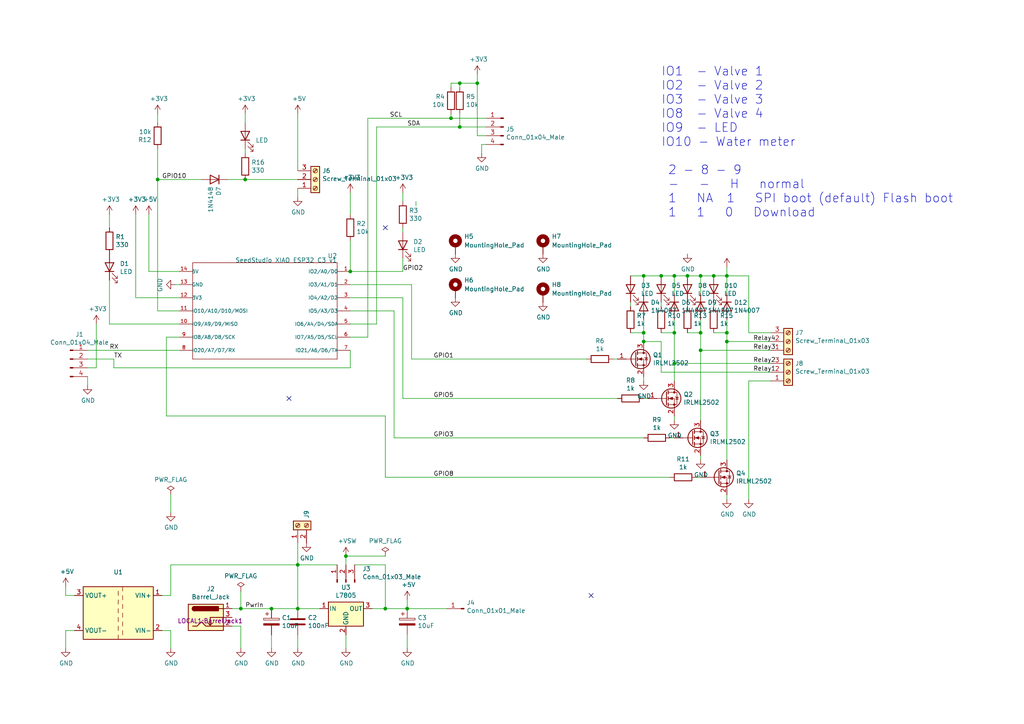
<source format=kicad_sch>
(kicad_sch (version 20231120) (generator "eeschema") (generator_version "8.0")
  (paper "A4")
  (title_block (title "4x Water Valve Control with Water Meter Input") (date "2023-09-04") (rev "2.0.1") (company "Copyright - Hans Rune Bue <email@hansrune.net>") (comment 1 "Hardware is licensed under CERN-OHL-W-2.0") (comment 2 "Project documents are licensed under CC-BY-SA 2.0"))
  (lib_symbols
    (symbol "Connector:Conn_01x01_Male" (pin_names (offset 1.016) hide)
      (property "Reference" "J" (at 0 2.54 0))
      (property "Value" "Conn_01x01_Male" (at 0 -2.54 0))
      (symbol "Conn_01x01_Male_1_1"
        (polyline (pts (xy 1.27 0) (xy 0.8636 0)) (stroke (width 0.1524)))
        (rectangle (start 0.8636 0.127) (end 0 -0.127) (stroke (width 0.1524)) (fill (type outline)))
        (pin passive line (at 5.08 0 180) (length 3.81) (name "Pin_1") (number "1"))
      )
    )
    (symbol "Connector:Conn_01x03_Male" (pin_names (offset 1.016) hide)
      (property "Reference" "J" (at 0 5.08 0))
      (property "Value" "Conn_01x03_Male" (at 0 -5.08 0))
      (symbol "Conn_01x03_Male_1_1"
        (polyline (pts (xy 1.27 -2.54) (xy 0.8636 -2.54)) (stroke (width 0.1524)))
        (polyline (pts (xy 1.27 0) (xy 0.8636 0)) (stroke (width 0.1524)))
        (polyline (pts (xy 1.27 2.54) (xy 0.8636 2.54)) (stroke (width 0.1524)))
        (rectangle (start 0.8636 -2.413) (end 0 -2.667) (stroke (width 0.1524)) (fill (type outline)))
        (rectangle (start 0.8636 0.127) (end 0 -0.127) (stroke (width 0.1524)) (fill (type outline)))
        (rectangle (start 0.8636 2.667) (end 0 2.413) (stroke (width 0.1524)) (fill (type outline)))
        (pin passive line (at 5.08 2.54 180) (length 3.81) (name "Pin_1") (number "1"))
        (pin passive line (at 5.08 0 180) (length 3.81) (name "Pin_2") (number "2"))
        (pin passive line (at 5.08 -2.54 180) (length 3.81) (name "Pin_3") (number "3"))
      )
    )
    (symbol "Connector:Conn_01x04_Male" (pin_names (offset 1.016) hide)
      (property "Reference" "J" (at 0 5.08 0))
      (property "Value" "Conn_01x04_Male" (at 0 -7.62 0))
      (symbol "Conn_01x04_Male_1_1"
        (polyline (pts (xy 1.27 -5.08) (xy 0.8636 -5.08)) (stroke (width 0.1524)))
        (polyline (pts (xy 1.27 -2.54) (xy 0.8636 -2.54)) (stroke (width 0.1524)))
        (polyline (pts (xy 1.27 0) (xy 0.8636 0)) (stroke (width 0.1524)))
        (polyline (pts (xy 1.27 2.54) (xy 0.8636 2.54)) (stroke (width 0.1524)))
        (rectangle (start 0.8636 -4.953) (end 0 -5.207) (stroke (width 0.1524)) (fill (type outline)))
        (rectangle (start 0.8636 -2.413) (end 0 -2.667) (stroke (width 0.1524)) (fill (type outline)))
        (rectangle (start 0.8636 0.127) (end 0 -0.127) (stroke (width 0.1524)) (fill (type outline)))
        (rectangle (start 0.8636 2.667) (end 0 2.413) (stroke (width 0.1524)) (fill (type outline)))
        (pin passive line (at 5.08 2.54 180) (length 3.81) (name "Pin_1") (number "1"))
        (pin passive line (at 5.08 0 180) (length 3.81) (name "Pin_2") (number "2"))
        (pin passive line (at 5.08 -2.54 180) (length 3.81) (name "Pin_3") (number "3"))
        (pin passive line (at 5.08 -5.08 180) (length 3.81) (name "Pin_4") (number "4"))
      )
    )
    (symbol "Connector:Screw_Terminal_01x02" (pin_names (offset 1.016) hide)
      (property "Reference" "J" (at 0 2.54 0))
      (property "Value" "Screw_Terminal_01x02" (at 0 -5.08 0))
      (symbol "Screw_Terminal_01x02_1_1"
        (rectangle (start -1.27 1.27) (end 1.27 -3.81) (stroke (width 0.254)) (fill (type background)))
        (circle (center 0 -2.54) (radius 0.635) (stroke (width 0.1524)))
        (polyline (pts (xy -0.5334 -2.2098) (xy 0.3302 -3.048)) (stroke (width 0.1524)))
        (polyline (pts (xy -0.5334 0.3302) (xy 0.3302 -0.508)) (stroke (width 0.1524)))
        (polyline (pts (xy -0.3556 -2.032) (xy 0.508 -2.8702)) (stroke (width 0.1524)))
        (polyline (pts (xy -0.3556 0.508) (xy 0.508 -0.3302)) (stroke (width 0.1524)))
        (circle (center 0 0) (radius 0.635) (stroke (width 0.1524)))
        (pin passive line (at -5.08 0 0) (length 3.81) (name "Pin_1") (number "1"))
        (pin passive line (at -5.08 -2.54 0) (length 3.81) (name "Pin_2") (number "2"))
      )
    )
    (symbol "Connector:Screw_Terminal_01x03" (pin_names (offset 1.016) hide)
      (property "Reference" "J" (at 0 5.08 0))
      (property "Value" "Screw_Terminal_01x03" (at 0 -5.08 0))
      (symbol "Screw_Terminal_01x03_1_1"
        (rectangle (start -1.27 3.81) (end 1.27 -3.81) (stroke (width 0.254)) (fill (type background)))
        (circle (center 0 -2.54) (radius 0.635) (stroke (width 0.1524)))
        (polyline (pts (xy -0.5334 -2.2098) (xy 0.3302 -3.048)) (stroke (width 0.1524)))
        (polyline (pts (xy -0.5334 0.3302) (xy 0.3302 -0.508)) (stroke (width 0.1524)))
        (polyline (pts (xy -0.5334 2.8702) (xy 0.3302 2.032)) (stroke (width 0.1524)))
        (polyline (pts (xy -0.3556 -2.032) (xy 0.508 -2.8702)) (stroke (width 0.1524)))
        (polyline (pts (xy -0.3556 0.508) (xy 0.508 -0.3302)) (stroke (width 0.1524)))
        (polyline (pts (xy -0.3556 3.048) (xy 0.508 2.2098)) (stroke (width 0.1524)))
        (circle (center 0 0) (radius 0.635) (stroke (width 0.1524)))
        (circle (center 0 2.54) (radius 0.635) (stroke (width 0.1524)))
        (pin passive line (at -5.08 2.54 0) (length 3.81) (name "Pin_1") (number "1"))
        (pin passive line (at -5.08 0 0) (length 3.81) (name "Pin_2") (number "2"))
        (pin passive line (at -5.08 -2.54 0) (length 3.81) (name "Pin_3") (number "3"))
      )
    )
    (symbol "Device:C" (pin_numbers hide) (pin_names (offset 0.254))
      (property "Reference" "C" (at 0.635 2.54 0))
      (property "Value" "C" (at 0.635 -2.54 0))
      (symbol "C_0_1"
        (polyline (pts (xy -2.032 -0.762) (xy 2.032 -0.762)) (stroke (width 0.508)))
        (polyline (pts (xy -2.032 0.762) (xy 2.032 0.762)) (stroke (width 0.508)))
      )
      (symbol "C_1_1"
        (pin passive line (at 0 3.81 270) (length 2.794) (name "~") (number "1"))
        (pin passive line (at 0 -3.81 90) (length 2.794) (name "~") (number "2"))
      )
    )
    (symbol "Device:CP" (pin_numbers hide) (pin_names (offset 0.254))
      (property "Reference" "C" (at 0.635 2.54 0))
      (property "Value" "Device_CP" (at 0.635 -2.54 0))
      (symbol "CP_0_1"
        (rectangle (start -2.286 0.508) (end 2.286 1.016))
        (polyline (pts (xy -1.778 2.286) (xy -0.762 2.286)))
        (polyline (pts (xy -1.27 2.794) (xy -1.27 1.778)))
        (rectangle (start 2.286 -0.508) (end -2.286 -1.016) (fill (type outline)))
      )
      (symbol "CP_1_1"
        (pin passive line (at 0 3.81 270) (length 2.794) (name "~") (number "1"))
        (pin passive line (at 0 -3.81 90) (length 2.794) (name "~") (number "2"))
      )
    )
    (symbol "Device:D" (pin_numbers hide) (pin_names (offset 1.016) hide)
      (property "Reference" "D" (at 0 2.54 0))
      (property "Value" "D" (at 0 -2.54 0))
      (symbol "D_0_1"
        (polyline (pts (xy -1.27 1.27) (xy -1.27 -1.27)) (stroke (width 0.254)))
        (polyline (pts (xy 1.27 0) (xy -1.27 0)))
        (polyline (pts (xy 1.27 1.27) (xy 1.27 -1.27) (xy -1.27 0) (xy 1.27 1.27)) (stroke (width 0.254)))
      )
      (symbol "D_1_1"
        (pin passive line (at -3.81 0 0) (length 2.54) (name "K") (number "1"))
        (pin passive line (at 3.81 0 180) (length 2.54) (name "A") (number "2"))
      )
    )
    (symbol "Device:LED" (pin_numbers hide) (pin_names (offset 1.016) hide)
      (property "Reference" "D" (at 0 2.54 0))
      (property "Value" "LED" (at 0 -2.54 0))
      (symbol "LED_0_1"
        (polyline (pts (xy -1.27 -1.27) (xy -1.27 1.27)) (stroke (width 0.254)))
        (polyline (pts (xy -1.27 0) (xy 1.27 0)))
        (polyline (pts (xy 1.27 -1.27) (xy 1.27 1.27) (xy -1.27 0) (xy 1.27 -1.27)) (stroke (width 0.254)))
        (polyline (pts (xy -3.048 -0.762) (xy -4.572 -2.286) (xy -3.81 -2.286) (xy -4.572 -2.286) (xy -4.572 -1.524)))
        (polyline (pts (xy -1.778 -0.762) (xy -3.302 -2.286) (xy -2.54 -2.286) (xy -3.302 -2.286) (xy -3.302 -1.524)))
      )
      (symbol "LED_1_1"
        (pin passive line (at -3.81 0 0) (length 2.54) (name "K") (number "1"))
        (pin passive line (at 3.81 0 180) (length 2.54) (name "A") (number "2"))
      )
    )
    (symbol "Device:R" (pin_numbers hide) (pin_names (offset 0))
      (property "Reference" "R" (at 2.032 0 90))
      (property "Value" "R" (at 0 0 90))
      (symbol "R_0_1"
        (rectangle (start -1.016 -2.54) (end 1.016 2.54) (stroke (width 0.254)))
      )
      (symbol "R_1_1"
        (pin passive line (at 0 3.81 270) (length 1.27) (name "~") (number "1"))
        (pin passive line (at 0 -3.81 90) (length 1.27) (name "~") (number "2"))
      )
    )
    (symbol "Diode:1N4148" (pin_numbers hide) (pin_names (offset 1.016) hide)
      (property "Reference" "D" (at 0 2.54 0))
      (property "Value" "1N4148" (at 0 -2.54 0))
      (symbol "1N4148_0_1"
        (polyline (pts (xy -1.27 1.27) (xy -1.27 -1.27)) (stroke (width 0.254)))
        (polyline (pts (xy 1.27 0) (xy -1.27 0)))
        (polyline (pts (xy 1.27 1.27) (xy 1.27 -1.27) (xy -1.27 0) (xy 1.27 1.27)) (stroke (width 0.254)))
      )
      (symbol "1N4148_1_1"
        (pin passive line (at -3.81 0 0) (length 2.54) (name "K") (number "1"))
        (pin passive line (at 3.81 0 180) (length 2.54) (name "A") (number "2"))
      )
    )
    (symbol "LOCAL1:BarrelJack1" (pin_names hide)
      (property "Reference" "J" (at 0 5.334 0))
      (property "Value" "BarrelJack1" (at 0 -5.08 0))
      (symbol "BarrelJack1_0_1"
        (rectangle (start -5.08 3.81) (end 5.08 -3.81) (stroke (width 0.254)) (fill (type background)))
        (arc (start -3.302 3.175) (mid -3.9343 2.54) (end -3.302 1.905) (stroke (width 0.254)))
        (arc (start -3.302 3.175) (mid -3.9343 2.54) (end -3.302 1.905) (stroke (width 0.254)) (fill (type outline)))
        (polyline (pts (xy 1.27 -2.286) (xy 1.905 -1.651)) (stroke (width 0.254)))
        (polyline (pts (xy 5.08 2.54) (xy 3.81 2.54)) (stroke (width 0.254)))
        (polyline (pts (xy 5.08 0) (xy 1.27 0) (xy 1.27 -2.286) (xy 0.635 -1.651)) (stroke (width 0.254)))
        (polyline (pts (xy -3.81 -2.54) (xy -2.54 -2.54) (xy -1.27 -1.27) (xy 0 -2.54) (xy 2.54 -2.54) (xy 5.08 -2.54)) (stroke (width 0.254)))
        (rectangle (start 3.683 3.175) (end -3.302 1.905) (stroke (width 0.254)) (fill (type outline)))
      )
      (symbol "BarrelJack1_1_1"
        (pin passive line (at 7.62 2.54 180) (length 2.54) (name "~") (number "1"))
        (pin passive line (at 7.62 -2.54 180) (length 2.54) (name "~") (number "2"))
        (pin passive line (at 7.62 0 180) (length 2.54) (name "~") (number "3"))
      )
    )
    (symbol "LOCAL1:DCDC_01"
      (property "Reference" "U" (at -10.16 8.89 0))
      (property "Value" "DCDC_01" (at -3.81 8.89 0))
      (symbol "DCDC_01_0_1"
        (rectangle (start -10.16 7.62) (end 10.16 -7.62) (stroke (width 0.254)) (fill (type background)))
        (polyline (pts (xy -1.27 -5.08) (xy -1.27 -6.35)))
        (polyline (pts (xy -1.27 -2.54) (xy -1.27 -3.81)))
        (polyline (pts (xy -1.27 0) (xy -1.27 -1.27)))
        (polyline (pts (xy -1.27 2.54) (xy -1.27 1.27)))
        (polyline (pts (xy -1.27 5.08) (xy -1.27 3.81)))
        (polyline (pts (xy -1.27 7.62) (xy -1.27 6.35)))
        (polyline (pts (xy 0 -7.62) (xy 0 -6.35)))
        (polyline (pts (xy 0 -5.08) (xy 0 -3.81)))
        (polyline (pts (xy 0 -1.27) (xy 0 -2.54)))
        (polyline (pts (xy 0 0) (xy 0 1.27)))
        (polyline (pts (xy 0 2.54) (xy 0 3.81)))
        (polyline (pts (xy 0 5.08) (xy 0 6.35)))
      )
      (symbol "DCDC_01_1_1"
        (pin power_in line (at -12.7 5.08 0) (length 2.54) (name "VIN+") (number "1"))
        (pin power_in line (at -12.7 -5.08 0) (length 2.54) (name "VIN-") (number "2"))
        (pin power_out line (at 12.7 5.08 180) (length 2.54) (name "VOUT+") (number "3"))
        (pin power_out line (at 12.7 -5.08 180) (length 2.54) (name "VOUT-") (number "4"))
      )
    )
    (symbol "LOCAL1:XIAO_ESP32C3_THT" (pin_names (offset 1.016))
      (property "Reference" "U" (at -21.59 15.24 0))
      (property "Value" "SeedStudio XIAO ESP32 C3 THT" (at -21.59 13.97 0))
      (symbol "XIAO_ESP32C3_THT_0_1"
        (polyline (pts (xy -21.59 -13.97) (xy -21.59 0)) (stroke (width 0.1524)))
        (polyline (pts (xy -21.59 -11.43) (xy -22.86 -11.43)) (stroke (width 0.1524)))
        (polyline (pts (xy -21.59 -7.62) (xy -22.86 -7.62)) (stroke (width 0.1524)))
        (polyline (pts (xy -21.59 -3.81) (xy -22.86 -3.81)) (stroke (width 0.1524)))
        (polyline (pts (xy -21.59 0) (xy -22.86 0)) (stroke (width 0.1524)))
        (polyline (pts (xy -21.59 0) (xy -21.59 3.81)) (stroke (width 0.1524)))
        (polyline (pts (xy -21.59 3.81) (xy -22.86 3.81)) (stroke (width 0.1524)))
        (polyline (pts (xy -21.59 3.81) (xy -21.59 7.62)) (stroke (width 0.1524)))
        (polyline (pts (xy -21.59 7.62) (xy -22.86 7.62)) (stroke (width 0.1524)))
        (polyline (pts (xy -21.59 7.62) (xy -21.59 11.43)) (stroke (width 0.1524)))
        (polyline (pts (xy -21.59 11.43) (xy -22.86 11.43)) (stroke (width 0.1524)))
        (polyline (pts (xy -21.59 11.43) (xy -21.59 13.97)) (stroke (width 0.1524)))
        (polyline (pts (xy -21.59 13.97) (xy 20.32 13.97)) (stroke (width 0.1524)))
        (polyline (pts (xy 20.32 -13.97) (xy -21.59 -13.97)) (stroke (width 0.1524)))
        (polyline (pts (xy 20.32 3.81) (xy 20.32 -13.97)) (stroke (width 0.1524)))
        (polyline (pts (xy 20.32 7.62) (xy 20.32 3.81)) (stroke (width 0.1524)))
        (polyline (pts (xy 20.32 11.43) (xy 20.32 7.62)) (stroke (width 0.1524)))
        (polyline (pts (xy 20.32 13.97) (xy 20.32 11.43)) (stroke (width 0.1524)))
        (polyline (pts (xy 21.59 -11.43) (xy 20.32 -11.43)) (stroke (width 0.1524)))
        (polyline (pts (xy 21.59 -7.62) (xy 20.32 -7.62)) (stroke (width 0.1524)))
        (polyline (pts (xy 21.59 -3.81) (xy 20.32 -3.81)) (stroke (width 0.1524)))
        (polyline (pts (xy 21.59 0) (xy 20.32 0)) (stroke (width 0.1524)))
        (polyline (pts (xy 21.59 3.81) (xy 20.32 3.81)) (stroke (width 0.1524)))
        (polyline (pts (xy 21.59 7.62) (xy 20.32 7.62)) (stroke (width 0.1524)))
        (polyline (pts (xy 21.59 11.43) (xy 20.32 11.43)) (stroke (width 0.1524)))
        (pin bidirectional line (at -25.4 11.43 0) (length 2.54) (name "IO2/A0/D0") (number "1"))
        (pin bidirectional line (at 24.13 -3.81 180) (length 2.54) (name "IO9/A9/D9/MISO") (number "10"))
        (pin bidirectional line (at 24.13 0 180) (length 2.54) (name "IO10/A10/D10/MOSI") (number "11"))
        (pin bidirectional line (at 24.13 3.81 180) (length 2.54) (name "3V3") (number "12"))
        (pin bidirectional line (at 24.13 7.62 180) (length 2.54) (name "GND") (number "13"))
        (pin bidirectional line (at 24.13 11.43 180) (length 2.54) (name "5V") (number "14"))
        (pin bidirectional line (at -25.4 7.62 0) (length 2.54) (name "IO3/A1/D1") (number "2"))
        (pin bidirectional line (at -25.4 3.81 0) (length 2.54) (name "IO4/A2/D2") (number "3"))
        (pin bidirectional line (at -25.4 0 0) (length 2.54) (name "IO5/A3/D3") (number "4"))
        (pin bidirectional line (at -25.4 -3.81 0) (length 2.54) (name "IO6/A4/D4/SDA") (number "5"))
        (pin bidirectional line (at -25.4 -7.62 0) (length 2.54) (name "IO7/A5/D5/SCL") (number "6"))
        (pin bidirectional line (at -25.4 -11.43 0) (length 2.54) (name "IO21/A6/D6/TX") (number "7"))
        (pin bidirectional line (at 24.13 -11.43 180) (length 2.54) (name "IO20/A7/D7/RX") (number "8"))
        (pin bidirectional line (at 24.13 -7.62 180) (length 2.54) (name "IO8/A8/D8/SCK") (number "9"))
      )
    )
    (symbol "Mechanical:MountingHole_Pad" (pin_numbers hide) (pin_names (offset 1.016) hide)
      (property "Reference" "H" (at 0 6.35 0))
      (property "Value" "MountingHole_Pad" (at 0 4.445 0))
      (symbol "MountingHole_Pad_0_1"
        (circle (center 0 1.27) (radius 1.27) (stroke (width 1.27)))
      )
      (symbol "MountingHole_Pad_1_1"
        (pin input line (at 0 -2.54 90) (length 2.54) (name "1") (number "1"))
      )
    )
    (symbol "Regulator_Linear:L7805" (pin_names (offset 0.254))
      (property "Reference" "U" (at -3.81 3.175 0))
      (property "Value" "L7805" (at 0 3.175 0))
      (symbol "L7805_0_1"
        (rectangle (start -5.08 1.905) (end 5.08 -5.08) (stroke (width 0.254)) (fill (type background)))
      )
      (symbol "L7805_1_1"
        (pin power_in line (at -7.62 0 0) (length 2.54) (name "IN") (number "1"))
        (pin power_in line (at 0 -7.62 90) (length 2.54) (name "GND") (number "2"))
        (pin power_out line (at 7.62 0 180) (length 2.54) (name "OUT") (number "3"))
      )
    )
    (symbol "Transistor_FET:IRLML6244" (pin_names hide)
      (property "Reference" "Q" (at 5.08 1.905 0))
      (property "Value" "IRLML6244" (at 5.08 0 0))
      (symbol "IRLML6244_0_1"
        (polyline (pts (xy 0.254 0) (xy -2.54 0)))
        (polyline (pts (xy 0.254 1.905) (xy 0.254 -1.905)) (stroke (width 0.254)))
        (polyline (pts (xy 0.762 -1.27) (xy 0.762 -2.286)) (stroke (width 0.254)))
        (polyline (pts (xy 0.762 0.508) (xy 0.762 -0.508)) (stroke (width 0.254)))
        (polyline (pts (xy 0.762 2.286) (xy 0.762 1.27)) (stroke (width 0.254)))
        (polyline (pts (xy 2.54 2.54) (xy 2.54 1.778)))
        (polyline (pts (xy 2.54 -2.54) (xy 2.54 0) (xy 0.762 0)))
        (polyline (pts (xy 0.762 -1.778) (xy 3.302 -1.778) (xy 3.302 1.778) (xy 0.762 1.778)))
        (polyline (pts (xy 1.016 0) (xy 2.032 0.381) (xy 2.032 -0.381) (xy 1.016 0)) (fill (type outline)))
        (polyline (pts (xy 2.794 0.508) (xy 2.921 0.381) (xy 3.683 0.381) (xy 3.81 0.254)))
        (polyline (pts (xy 3.302 0.381) (xy 2.921 -0.254) (xy 3.683 -0.254) (xy 3.302 0.381)))
        (circle (center 1.651 0) (radius 2.794) (stroke (width 0.254)))
        (circle (center 2.54 -1.778) (radius 0.254) (fill (type outline)))
        (circle (center 2.54 1.778) (radius 0.254) (fill (type outline)))
      )
      (symbol "IRLML6244_1_1"
        (pin input line (at -5.08 0 0) (length 2.54) (name "G") (number "1"))
        (pin passive line (at 2.54 -5.08 90) (length 2.54) (name "S") (number "2"))
        (pin passive line (at 2.54 5.08 270) (length 2.54) (name "D") (number "3"))
      )
    )
    (symbol "power:+3.3V" (power) (pin_names (offset 0))
      (property "Value" "+3.3V" (at 0 3.556 0))
      (symbol "+3.3V_0_1"
        (polyline (pts (xy -0.762 1.27) (xy 0 2.54)))
        (polyline (pts (xy 0 0) (xy 0 2.54)))
        (polyline (pts (xy 0 2.54) (xy 0.762 1.27)))
      )
      (symbol "+3.3V_1_1"
        (pin power_in line (at 0 0 90) (length 0) hide (name "+3V3") (number "1"))
      )
    )
    (symbol "power:+5V" (power) (pin_names (offset 0))
      (property "Value" "+5V" (at 0 3.556 0))
      (symbol "+5V_0_1"
        (polyline (pts (xy -0.762 1.27) (xy 0 2.54)))
        (polyline (pts (xy 0 0) (xy 0 2.54)))
        (polyline (pts (xy 0 2.54) (xy 0.762 1.27)))
      )
      (symbol "+5V_1_1"
        (pin power_in line (at 0 0 90) (length 0) hide (name "+5V") (number "1"))
      )
    )
    (symbol "power:+VSW" (power) (pin_names (offset 0))
      (property "Value" "+VSW" (at 0 3.556 0))
      (symbol "+VSW_0_1"
        (polyline (pts (xy -0.762 1.27) (xy 0 2.54)))
        (polyline (pts (xy 0 0) (xy 0 2.54)))
        (polyline (pts (xy 0 2.54) (xy 0.762 1.27)))
      )
      (symbol "+VSW_1_1"
        (pin power_in line (at 0 0 90) (length 0) hide (name "+VSW") (number "1"))
      )
    )
    (symbol "power:GND" (power) (pin_names (offset 0))
      (property "Value" "GND" (at 0 -3.81 0))
      (symbol "GND_0_1"
        (polyline (pts (xy 0 0) (xy 0 -1.27) (xy 1.27 -1.27) (xy 0 -2.54) (xy -1.27 -1.27) (xy 0 -1.27)))
      )
      (symbol "GND_1_1"
        (pin power_in line (at 0 0 270) (length 0) hide (name "GND") (number "1"))
      )
    )
    (symbol "power:PWR_FLAG" (power) (pin_numbers hide) (pin_names (offset 0) hide)
      (property "Value" "PWR_FLAG" (at 0 3.81 0))
      (symbol "PWR_FLAG_0_0"
        (pin power_out line (at 0 0 90) (length 0) (name "pwr") (number "1"))
      )
      (symbol "PWR_FLAG_0_1"
        (polyline (pts (xy 0 0) (xy 0 1.27) (xy -1.016 1.905) (xy 0 2.54) (xy 1.016 1.905) (xy 0 1.27)))
      )
    )
  )
  (junction (at 86.36 176.53))
  (junction (at 186.69 96.52))
  (junction (at 111.76 176.53))
  (junction (at 203.2 101.6))
  (junction (at 100.33 161.29))
  (junction (at 210.82 80.01))
  (junction (at 207.01 80.01))
  (junction (at 186.69 99.06))
  (junction (at 199.39 80.01))
  (junction (at 191.77 80.01))
  (junction (at 69.85 176.53))
  (junction (at 118.11 176.53))
  (junction (at 78.74 176.53))
  (junction (at 186.69 80.01))
  (junction (at 195.58 80.01))
  (junction (at 138.43 24.13))
  (junction (at 86.36 163.83))
  (junction (at 195.58 96.52))
  (junction (at 130.81 34.29))
  (junction (at 101.6 78.74))
  (junction (at 133.35 24.13))
  (junction (at 210.82 96.52))
  (junction (at 203.2 96.52))
  (junction (at 133.35 36.83))
  (junction (at 45.72 52.07))
  (junction (at 203.2 80.01))
  (junction (at 71.12 52.07))
  (junction (at 195.58 105.41))
  (junction (at 210.82 99.06))
  (no_connect (at 83.82 115.57))
  (no_connect (at 111.76 66.04))
  (no_connect (at 171.45 172.72))
  (wire (pts (xy 203.2 80.01) (xy 207.01 80.01)))
  (wire (pts (xy 186.69 127) (xy 114.3 127)))
  (wire (pts (xy 191.77 99.06) (xy 186.69 99.06)))
  (wire (pts (xy 33.02 106.68) (xy 33.02 104.14)))
  (wire (pts (xy 86.36 57.15) (xy 86.36 54.61)))
  (wire (pts (xy 116.84 74.93) (xy 116.84 78.74)))
  (wire (pts (xy 182.88 80.01) (xy 186.69 80.01)))
  (wire (pts (xy 195.58 121.92) (xy 195.58 120.65)))
  (wire (pts (xy 52.07 86.36) (xy 39.37 86.36)))
  (wire (pts (xy 45.72 52.07) (xy 45.72 43.18)))
  (wire (pts (xy 195.58 80.01) (xy 199.39 80.01)))
  (wire (pts (xy 48.26 97.79) (xy 48.26 120.65)))
  (wire (pts (xy 71.12 35.56) (xy 71.12 33.02)))
  (wire (pts (xy 120.65 59.69) (xy 120.65 58.42)))
  (wire (pts (xy 101.6 78.74) (xy 116.84 78.74)))
  (wire (pts (xy 109.22 93.98) (xy 109.22 36.83)))
  (wire (pts (xy 101.6 55.88) (xy 101.6 62.23)))
  (wire (pts (xy 71.12 52.07) (xy 86.36 52.07)))
  (wire (pts (xy 217.17 80.01) (xy 210.82 80.01)))
  (wire (pts (xy 39.37 62.23) (xy 39.37 86.36)))
  (wire (pts (xy 25.4 106.68) (xy 27.94 106.68)))
  (wire (pts (xy 101.6 86.36) (xy 116.84 86.36)))
  (wire (pts (xy 199.39 96.52) (xy 203.2 96.52)))
  (wire (pts (xy 119.38 104.14) (xy 170.18 104.14)))
  (wire (pts (xy 207.01 80.01) (xy 210.82 80.01)))
  (wire (pts (xy 101.6 90.17) (xy 114.3 90.17)))
  (wire (pts (xy 191.77 80.01) (xy 195.58 80.01)))
  (wire (pts (xy 203.2 92.71) (xy 203.2 96.52)))
  (wire (pts (xy 52.07 93.98) (xy 31.75 93.98)))
  (wire (pts (xy 203.2 85.09) (xy 203.2 80.01)))
  (wire (pts (xy 133.35 24.13) (xy 138.43 24.13)))
  (wire (pts (xy 116.84 115.57) (xy 116.84 86.36)))
  (wire (pts (xy 49.53 148.59) (xy 49.53 143.51)))
  (wire (pts (xy 140.97 39.37) (xy 138.43 39.37)))
  (wire (pts (xy 182.88 96.52) (xy 186.69 96.52)))
  (wire (pts (xy 223.52 99.06) (xy 210.82 99.06)))
  (wire (pts (xy 182.88 88.9) (xy 182.88 87.63)))
  (wire (pts (xy 186.69 85.09) (xy 186.69 80.01)))
  (wire (pts (xy 107.95 176.53) (xy 111.76 176.53)))
  (wire (pts (xy 223.52 107.95) (xy 191.77 107.95)))
  (wire (pts (xy 31.75 93.98) (xy 31.75 81.28)))
  (wire (pts (xy 101.6 69.85) (xy 101.6 78.74)))
  (wire (pts (xy 90.17 52.07) (xy 88.9 52.07)))
  (wire (pts (xy 217.17 110.49) (xy 217.17 144.78)))
  (wire (pts (xy 201.93 138.43) (xy 203.2 138.43)))
  (wire (pts (xy 100.33 163.83) (xy 100.33 161.29)))
  (wire (pts (xy 19.05 187.96) (xy 19.05 182.88)))
  (wire (pts (xy 100.33 161.29) (xy 111.76 161.29)))
  (wire (pts (xy 199.39 80.01) (xy 203.2 80.01)))
  (wire (pts (xy 106.68 34.29) (xy 106.68 97.79)))
  (wire (pts (xy 116.84 55.88) (xy 116.84 58.42)))
  (wire (pts (xy 133.35 36.83) (xy 133.35 33.02)))
  (wire (pts (xy 118.11 176.53) (xy 118.11 173.99)))
  (wire (pts (xy 46.99 182.88) (xy 49.53 182.88)))
  (wire (pts (xy 223.52 101.6) (xy 203.2 101.6)))
  (wire (pts (xy 66.04 52.07) (xy 71.12 52.07)))
  (wire (pts (xy 130.81 34.29) (xy 130.81 33.02)))
  (wire (pts (xy 86.36 157.48) (xy 86.36 163.83)))
  (wire (pts (xy 86.36 33.02) (xy 86.36 49.53)))
  (wire (pts (xy 203.2 133.35) (xy 203.2 132.08)))
  (wire (pts (xy 101.6 93.98) (xy 109.22 93.98)))
  (wire (pts (xy 78.74 176.53) (xy 69.85 176.53)))
  (wire (pts (xy 109.22 36.83) (xy 133.35 36.83)))
  (wire (pts (xy 199.39 88.9) (xy 199.39 87.63)))
  (wire (pts (xy 139.7 41.91) (xy 140.97 41.91)))
  (wire (pts (xy 52.07 97.79) (xy 48.26 97.79)))
  (wire (pts (xy 45.72 90.17) (xy 45.72 52.07)))
  (wire (pts (xy 191.77 96.52) (xy 195.58 96.52)))
  (wire (pts (xy 25.4 104.14) (xy 33.02 104.14)))
  (wire (pts (xy 207.01 88.9) (xy 207.01 87.63)))
  (wire (pts (xy 223.52 110.49) (xy 217.17 110.49)))
  (wire (pts (xy 101.6 101.6) (xy 101.6 106.68)))
  (wire (pts (xy 111.76 120.65) (xy 48.26 120.65)))
  (wire (pts (xy 102.87 163.83) (xy 111.76 163.83)))
  (wire (pts (xy 186.69 80.01) (xy 191.77 80.01)))
  (wire (pts (xy 100.33 187.96) (xy 100.33 184.15)))
  (wire (pts (xy 19.05 172.72) (xy 19.05 170.18)))
  (wire (pts (xy 43.18 62.23) (xy 43.18 78.74)))
  (wire (pts (xy 114.3 127) (xy 114.3 90.17)))
  (wire (pts (xy 116.84 115.57) (xy 179.07 115.57)))
  (wire (pts (xy 195.58 85.09) (xy 195.58 80.01)))
  (wire (pts (xy 101.6 106.68) (xy 33.02 106.68)))
  (wire (pts (xy 138.43 39.37) (xy 138.43 24.13)))
  (wire (pts (xy 78.74 176.53) (xy 86.36 176.53)))
  (wire (pts (xy 191.77 107.95) (xy 191.77 99.06)))
  (wire (pts (xy 203.2 101.6) (xy 203.2 121.92)))
  (wire (pts (xy 101.6 97.79) (xy 106.68 97.79)))
  (wire (pts (xy 186.69 99.06) (xy 186.69 96.52)))
  (wire (pts (xy 138.43 24.13) (xy 138.43 21.59)))
  (wire (pts (xy 71.12 44.45) (xy 71.12 43.18)))
  (wire (pts (xy 186.69 115.57) (xy 187.96 115.57)))
  (wire (pts (xy 97.79 163.83) (xy 86.36 163.83)))
  (wire (pts (xy 111.76 138.43) (xy 111.76 120.65)))
  (wire (pts (xy 195.58 96.52) (xy 195.58 105.41)))
  (wire (pts (xy 101.6 82.55) (xy 119.38 82.55)))
  (wire (pts (xy 133.35 25.4) (xy 133.35 24.13)))
  (wire (pts (xy 45.72 52.07) (xy 58.42 52.07)))
  (wire (pts (xy 130.81 34.29) (xy 106.68 34.29)))
  (wire (pts (xy 69.85 181.61) (xy 67.31 181.61)))
  (wire (pts (xy 27.94 93.98) (xy 27.94 106.68)))
  (wire (pts (xy 52.07 78.74) (xy 43.18 78.74)))
  (wire (pts (xy 21.59 172.72) (xy 19.05 172.72)))
  (wire (pts (xy 69.85 176.53) (xy 67.31 176.53)))
  (wire (pts (xy 111.76 176.53) (xy 118.11 176.53)))
  (wire (pts (xy 49.53 163.83) (xy 49.53 172.72)))
  (wire (pts (xy 19.05 182.88) (xy 21.59 182.88)))
  (wire (pts (xy 118.11 187.96) (xy 118.11 184.15)))
  (wire (pts (xy 210.82 77.47) (xy 210.82 80.01)))
  (wire (pts (xy 25.4 111.76) (xy 25.4 109.22)))
  (wire (pts (xy 195.58 105.41) (xy 195.58 110.49)))
  (wire (pts (xy 210.82 96.52) (xy 210.82 99.06)))
  (wire (pts (xy 191.77 88.9) (xy 191.77 87.63)))
  (wire (pts (xy 210.82 85.09) (xy 210.82 80.01)))
  (wire (pts (xy 186.69 92.71) (xy 186.69 96.52)))
  (wire (pts (xy 210.82 92.71) (xy 210.82 96.52)))
  (wire (pts (xy 78.74 187.96) (xy 78.74 184.15)))
  (wire (pts (xy 50.8 82.55) (xy 52.07 82.55)))
  (wire (pts (xy 130.81 24.13) (xy 133.35 24.13)))
  (wire (pts (xy 210.82 144.78) (xy 210.82 143.51)))
  (wire (pts (xy 118.11 176.53) (xy 129.54 176.53)))
  (wire (pts (xy 186.69 110.49) (xy 186.69 109.22)))
  (wire (pts (xy 69.85 176.53) (xy 69.85 171.45)))
  (wire (pts (xy 111.76 163.83) (xy 111.76 176.53)))
  (wire (pts (xy 223.52 96.52) (xy 217.17 96.52)))
  (wire (pts (xy 31.75 62.23) (xy 31.75 66.04)))
  (wire (pts (xy 210.82 99.06) (xy 210.82 133.35)))
  (wire (pts (xy 139.7 44.45) (xy 139.7 41.91)))
  (wire (pts (xy 203.2 96.52) (xy 203.2 101.6)))
  (wire (pts (xy 133.35 36.83) (xy 140.97 36.83)))
  (wire (pts (xy 86.36 163.83) (xy 86.36 176.53)))
  (wire (pts (xy 217.17 96.52) (xy 217.17 80.01)))
  (wire (pts (xy 25.4 101.6) (xy 52.07 101.6)))
  (wire (pts (xy 111.76 138.43) (xy 194.31 138.43)))
  (wire (pts (xy 86.36 163.83) (xy 49.53 163.83)))
  (wire (pts (xy 69.85 187.96) (xy 69.85 181.61)))
  (wire (pts (xy 86.36 187.96) (xy 86.36 184.15)))
  (wire (pts (xy 116.84 67.31) (xy 116.84 66.04)))
  (wire (pts (xy 223.52 105.41) (xy 195.58 105.41)))
  (wire (pts (xy 195.58 92.71) (xy 195.58 96.52)))
  (wire (pts (xy 45.72 90.17) (xy 52.07 90.17)))
  (wire (pts (xy 49.53 172.72) (xy 46.99 172.72)))
  (wire (pts (xy 207.01 96.52) (xy 210.82 96.52)))
  (wire (pts (xy 130.81 25.4) (xy 130.81 24.13)))
  (wire (pts (xy 194.31 127) (xy 195.58 127)))
  (wire (pts (xy 179.07 104.14) (xy 177.8 104.14)))
  (wire (pts (xy 130.81 34.29) (xy 140.97 34.29)))
  (wire (pts (xy 119.38 82.55) (xy 119.38 104.14)))
  (wire (pts (xy 49.53 182.88) (xy 49.53 187.96)))
  (wire (pts (xy 92.71 176.53) (xy 86.36 176.53)))
  (wire (pts (xy 45.72 35.56) (xy 45.72 33.02)))
  (text "IO1  - Valve 1\nIO2  - Valve 2\nIO3  - Valve 3\nIO8  - Valve 4\nIO9  - LED\nIO10 - Water meter\n\n 2 - 8 - 9 \n -   -   H   normal\n 1   NA  1   SPI boot (default) Flash boot\n 1   1   0   Download\n\n" (at 191.77 67.31 0) (effects (font (size 2.54 2.54)) (justify left bottom)))
  (label "GPIO5" (at 125.73 115.57 0))
  (label "Relay1" (at 218.44 107.95 0))
  (label "TX" (at 33.02 104.14 0))
  (label "GPIO3" (at 125.73 127 0))
  (label "GPIO10" (at 46.99 52.07 0))
  (label "Relay3" (at 218.44 101.6 0))
  (label "GPIO2" (at 116.84 78.74 0))
  (label "SCL" (at 113.03 34.29 0))
  (label "GPIO8" (at 125.73 138.43 0))
  (label "GPIO1" (at 125.73 104.14 0))
  (label "Relay2" (at 218.44 105.41 0))
  (label "PwrIn" (at 71.12 176.53 0))
  (label "SDA" (at 118.11 36.83 0))
  (label "RX" (at 31.75 101.6 0))
  (label "Relay4" (at 218.44 99.06 0))
  (symbol (lib_id "LOCAL1:XIAO_ESP32C3_THT") (at 76.2 90.17 0) (mirror y) (unit 1)
    (property "Reference" "U2" (at 97.79 74.93 0) (effects (justify left bottom)))
    (property "Value" "SeedStudio XIAO ESP32 C3 v1" (at 97.79 76.2 0) (effects (justify left bottom)))
    (property "Footprint" "LOCAL1:XIAO_ESP32C3_THT" (effects (hide yes)))
    (property "Datasheet" "https://files.seeedstudio.com/wiki/XIAO_WiFi/Resources/esp32-c3_datasheet.pdf" (effects (hide yes)))
  )
  (symbol (lib_id "Device:R") (at 173.99 104.14 90) (unit 1)
    (property "Reference" "R6" (at 173.99 98.8822 90))
    (property "Value" "1k" (at 173.99 101.1936 90))
    (property "Footprint" "Resistor_SMD:R_0805_2012Metric_Pad1.20x1.40mm_HandSolder" (effects (hide yes)))
  )
  (symbol (lib_id "power:GND") (at 186.69 110.49 0) (unit 1)
    (property "Reference" "#PWR022" (effects (hide yes)))
    (property "Value" "GND" (at 186.817 114.8842 0))
  )
  (symbol (lib_id "Device:LED") (at 182.88 83.82 90) (unit 1)
    (property "Reference" "D3" (at 185.8772 82.8294 90) (effects (justify right)))
    (property "Value" "LED" (at 185.8772 85.1408 90) (effects (justify right)))
    (property "Footprint" "LED_SMD:LED_0805_2012Metric_Pad1.15x1.40mm_HandSolder" (effects (hide yes)))
  )
  (symbol (lib_id "Device:R") (at 182.88 92.71 180) (unit 1)
    (property "Reference" "R7" (at 184.658 91.5416 0) (effects (justify right)))
    (property "Value" "1k" (at 184.658 93.853 0) (effects (justify right)))
    (property "Footprint" "Resistor_SMD:R_0805_2012Metric_Pad1.20x1.40mm_HandSolder" (effects (hide yes)))
  )
  (symbol (lib_id "Connector:Conn_01x04_Male") (at 146.05 36.83 0) (mirror y) (unit 1)
    (property "Reference" "J5" (at 146.7612 37.4904 0) (effects (justify right)))
    (property "Value" "Conn_01x04_Male" (at 146.7612 39.8018 0) (effects (justify right)))
    (property "Footprint" "Connector_PinHeader_2.54mm:PinHeader_1x04_P2.54mm_Vertical" (effects (hide yes)))
  )
  (symbol (lib_id "Device:D") (at 186.69 88.9 270) (unit 1)
    (property "Reference" "D4" (at 188.722 87.7316 90) (effects (justify left)))
    (property "Value" "1N4007" (at 188.722 90.043 90) (effects (justify left)))
    (property "Footprint" "Diode_THT:D_DO-41_SOD81_P3.81mm_Vertical_KathodeUp" (effects (hide yes)))
  )
  (symbol (lib_id "power:GND") (at 139.7 44.45 0) (unit 1)
    (property "Reference" "#PWR021" (effects (hide yes)))
    (property "Value" "GND" (at 139.827 48.8442 0))
  )
  (symbol (lib_id "Device:R") (at 130.81 29.21 0) (unit 1)
    (property "Reference" "R4" (at 129.032 28.0416 0) (effects (justify right)))
    (property "Value" "10k" (at 129.032 30.353 0) (effects (justify right)))
    (property "Footprint" "Resistor_SMD:R_0805_2012Metric_Pad1.20x1.40mm_HandSolder" (effects (hide yes)))
  )
  (symbol (lib_id "Device:R") (at 133.35 29.21 0) (unit 1)
    (property "Reference" "R5" (at 135.128 28.0416 0) (effects (justify left)))
    (property "Value" "10k" (at 135.128 30.353 0) (effects (justify left)))
    (property "Footprint" "Resistor_SMD:R_0805_2012Metric_Pad1.20x1.40mm_HandSolder" (effects (hide yes)))
  )
  (symbol (lib_id "power:+3.3V") (at 39.37 62.23 0) (unit 1)
    (property "Reference" "#PWR06" (effects (hide yes)))
    (property "Value" "+3V3" (at 39.751 57.8358 0))
  )
  (symbol (lib_id "power:+3.3V") (at 116.84 55.88 0) (unit 1)
    (property "Reference" "#PWR017" (effects (hide yes)))
    (property "Value" "+3V3" (at 117.221 51.4858 0))
  )
  (symbol (lib_id "power:+3.3V") (at 138.43 21.59 0) (unit 1)
    (property "Reference" "#PWR020" (effects (hide yes)))
    (property "Value" "+3V3" (at 138.811 17.1958 0))
  )
  (symbol (lib_id "LOCAL1:BarrelJack1") (at 59.69 179.07 0) (unit 1)
    (property "Reference" "J2" (at 61.1378 170.815 0))
    (property "Value" "Barrel_Jack" (at 61.1378 173.1264 0))
    (property "Footprint" "LOCAL1:BarrelJack1" (at 60.96 180.086 0))
  )
  (symbol (lib_id "power:GND") (at 69.85 187.96 0) (unit 1)
    (property "Reference" "#PWR011" (effects (hide yes)))
    (property "Value" "GND" (at 69.977 192.3542 0))
  )
  (symbol (lib_id "Regulator_Linear:L7805") (at 100.33 176.53 0) (unit 1)
    (property "Reference" "U3" (at 100.33 170.3832 0))
    (property "Value" "L7805" (at 100.33 172.6946 0))
    (property "Footprint" "Package_TO_SOT_THT:TO-220-3_Vertical" (effects (hide yes)))
    (property "Datasheet" "http://www.st.com/content/ccc/resource/technical/document/datasheet/41/4f/b3/b0/12/d4/47/88/CD00000444.pdf/files/CD00000444.pdf/jcr:content/translations/en.CD00000444.pdf" (effects (hide yes)))
  )
  (symbol (lib_id "Device:CP") (at 78.74 180.34 0) (unit 1)
    (property "Reference" "C1" (at 81.7372 179.1716 0) (effects (justify left)))
    (property "Value" "10uF" (at 81.7372 181.483 0) (effects (justify left)))
    (property "Footprint" "Capacitor_Tantalum_SMD:CP_EIA-3216-18_Kemet-A_Pad1.58x1.35mm_HandSolder" (effects (hide yes)))
  )
  (symbol (lib_id "Device:CP") (at 118.11 180.34 0) (unit 1)
    (property "Reference" "C3" (at 121.1072 179.1716 0) (effects (justify left)))
    (property "Value" "10uF" (at 121.1072 181.483 0) (effects (justify left)))
    (property "Footprint" "Capacitor_Tantalum_SMD:CP_EIA-3216-18_Kemet-A_Pad1.58x1.35mm_HandSolder" (effects (hide yes)))
  )
  (symbol (lib_id "Device:C") (at 86.36 180.34 0) (unit 1)
    (property "Reference" "C2" (at 89.281 179.1716 0) (effects (justify left)))
    (property "Value" "100nF" (at 89.281 181.483 0) (effects (justify left)))
    (property "Footprint" "Capacitor_SMD:C_0805_2012Metric_Pad1.18x1.45mm_HandSolder" (effects (hide yes)))
  )
  (symbol (lib_id "power:GND") (at 78.74 187.96 0) (unit 1)
    (property "Reference" "#PWR012" (effects (hide yes)))
    (property "Value" "GND" (at 78.867 192.3542 0))
  )
  (symbol (lib_id "power:GND") (at 86.36 187.96 0) (unit 1)
    (property "Reference" "#PWR013" (effects (hide yes)))
    (property "Value" "GND" (at 86.487 192.3542 0))
  )
  (symbol (lib_id "power:GND") (at 100.33 187.96 0) (unit 1)
    (property "Reference" "#PWR015" (effects (hide yes)))
    (property "Value" "GND" (at 100.457 192.3542 0))
  )
  (symbol (lib_id "power:GND") (at 118.11 187.96 0) (unit 1)
    (property "Reference" "#PWR019" (effects (hide yes)))
    (property "Value" "GND" (at 118.237 192.3542 0))
  )
  (symbol (lib_id "Connector:Screw_Terminal_01x03") (at 228.6 107.95 0) (mirror x) (unit 1)
    (property "Reference" "J8" (at 230.632 105.41 0) (effects (justify left)))
    (property "Value" "Screw_Terminal_01x03" (at 230.632 107.7214 0) (effects (justify left)))
    (property "Footprint" "TerminalBlock_Phoenix:TerminalBlock_Phoenix_PT-1,5-3-3.5-H_1x03_P3.50mm_Horizontal" (effects (hide yes)))
  )
  (symbol (lib_id "Device:LED") (at 116.84 71.12 90) (unit 1)
    (property "Reference" "D2" (at 119.8372 70.1294 90) (effects (justify right)))
    (property "Value" "LED" (at 119.8372 72.4408 90) (effects (justify right)))
    (property "Footprint" "LED_SMD:LED_0805_2012Metric_Pad1.15x1.40mm_HandSolder" (effects (hide yes)))
  )
  (symbol (lib_id "Device:R") (at 116.84 62.23 180) (unit 1)
    (property "Reference" "R3" (at 118.618 61.0616 0) (effects (justify right)))
    (property "Value" "330" (at 118.618 63.373 0) (effects (justify right)))
    (property "Footprint" "Resistor_SMD:R_0805_2012Metric_Pad1.20x1.40mm_HandSolder" (effects (hide yes)))
  )
  (symbol (lib_id "power:GND") (at 19.05 187.96 0) (unit 1)
    (property "Reference" "#PWR02" (effects (hide yes)))
    (property "Value" "GND" (at 19.177 192.3542 0))
  )
  (symbol (lib_id "power:GND") (at 49.53 187.96 0) (unit 1)
    (property "Reference" "#PWR09" (effects (hide yes)))
    (property "Value" "GND" (at 49.657 192.3542 0))
  )
  (symbol (lib_id "power:+5V") (at 19.05 170.18 0) (unit 1)
    (property "Reference" "#PWR01" (effects (hide yes)))
    (property "Value" "+5V" (at 19.431 165.7858 0))
  )
  (symbol (lib_id "Connector:Conn_01x04_Male") (at 20.32 104.14 0) (unit 1)
    (property "Reference" "J1" (at 23.0632 97.0026 0))
    (property "Value" "Conn_01x04_Male" (at 23.0632 99.314 0))
    (property "Footprint" "Connector_PinHeader_2.54mm:PinHeader_1x04_P2.54mm_Vertical" (effects (hide yes)))
  )
  (symbol (lib_id "power:+3.3V") (at 27.94 93.98 0) (unit 1)
    (property "Reference" "#PWR04" (effects (hide yes)))
    (property "Value" "+3V3" (at 28.321 89.5858 0))
  )
  (symbol (lib_id "power:GND") (at 25.4 111.76 0) (unit 1)
    (property "Reference" "#PWR03" (effects (hide yes)))
    (property "Value" "GND" (at 25.527 116.1542 0))
  )
  (symbol (lib_id "LOCAL1:DCDC_01") (at 34.29 177.8 0) (mirror y) (unit 1)
    (property "Reference" "U1" (at 34.29 165.9382 0))
    (property "Value" "Project_DCDC_01" (effects (hide yes)))
    (property "Footprint" "LOCAL1:DCDC_01" (effects (hide yes)))
  )
  (symbol (lib_id "power:+VSW") (at 100.33 161.29 0) (unit 1)
    (property "Reference" "#PWR014" (effects (hide yes)))
    (property "Value" "+VSW" (at 100.711 156.8958 0))
  )
  (symbol (lib_id "Connector:Conn_01x03_Male") (at 100.33 168.91 90) (unit 1)
    (property "Reference" "J3" (at 105.1052 164.9984 90) (effects (justify right)))
    (property "Value" "Conn_01x03_Male" (at 105.1052 167.3098 90) (effects (justify right)))
    (property "Footprint" "Connector_PinHeader_2.54mm:PinHeader_1x03_P2.54mm_Vertical" (effects (hide yes)))
  )
  (symbol (lib_id "power:+5V") (at 43.18 62.23 0) (unit 1)
    (property "Reference" "#PWR07" (effects (hide yes)))
    (property "Value" "+5V" (at 43.561 57.8358 0))
  )
  (symbol (lib_id "power:+5V") (at 118.11 173.99 0) (unit 1)
    (property "Reference" "#PWR018" (effects (hide yes)))
    (property "Value" "+5V" (at 118.491 169.5958 0))
  )
  (symbol (lib_id "Transistor_FET:IRLML6244") (at 184.15 104.14 0) (unit 1)
    (property "Reference" "Q1" (at 189.357 102.9716 0) (effects (justify left)))
    (property "Value" "IRLML2502" (at 189.357 105.283 0) (effects (justify left)))
    (property "Footprint" "Package_TO_SOT_SMD:SOT-23_Handsoldering" (effects (hide yes)))
    (property "Datasheet" "https://www.infineon.com/dgdl/Infineon-IRLML6244-DataSheet-v01_01-EN.pdf?fileId=5546d462533600a4015356686fed261f" (effects (hide yes)))
  )
  (symbol (lib_id "power:PWR_FLAG") (at 49.53 143.51 0) (unit 1)
    (property "Reference" "#FLG01" (effects (hide yes)))
    (property "Value" "PWR_FLAG" (at 49.53 139.1158 0))
  )
  (symbol (lib_id "power:GND") (at 49.53 148.59 0) (unit 1)
    (property "Reference" "#PWR08" (effects (hide yes)))
    (property "Value" "GND" (at 49.657 152.9842 0))
  )
  (symbol (lib_id "Transistor_FET:IRLML6244") (at 193.04 115.57 0) (unit 1)
    (property "Reference" "Q2" (at 198.247 114.4016 0) (effects (justify left)))
    (property "Value" "IRLML2502" (at 198.247 116.713 0) (effects (justify left)))
    (property "Footprint" "Package_TO_SOT_SMD:SOT-23_Handsoldering" (effects (hide yes)))
    (property "Datasheet" "https://www.infineon.com/dgdl/Infineon-IRLML6244-DataSheet-v01_01-EN.pdf?fileId=5546d462533600a4015356686fed261f" (effects (hide yes)))
  )
  (symbol (lib_id "Transistor_FET:IRLML6244") (at 200.66 127 0) (unit 1)
    (property "Reference" "Q3" (at 205.867 125.8316 0) (effects (justify left)))
    (property "Value" "IRLML2502" (at 205.867 128.143 0) (effects (justify left)))
    (property "Footprint" "Package_TO_SOT_SMD:SOT-23_Handsoldering" (effects (hide yes)))
    (property "Datasheet" "https://www.infineon.com/dgdl/Infineon-IRLML6244-DataSheet-v01_01-EN.pdf?fileId=5546d462533600a4015356686fed261f" (effects (hide yes)))
  )
  (symbol (lib_id "Transistor_FET:IRLML6244") (at 208.28 138.43 0) (unit 1)
    (property "Reference" "Q4" (at 213.487 137.2616 0) (effects (justify left)))
    (property "Value" "IRLML2502" (at 213.487 139.573 0) (effects (justify left)))
    (property "Footprint" "Package_TO_SOT_SMD:SOT-23_Handsoldering" (effects (hide yes)))
    (property "Datasheet" "https://www.infineon.com/dgdl/Infineon-IRLML6244-DataSheet-v01_01-EN.pdf?fileId=5546d462533600a4015356686fed261f" (effects (hide yes)))
  )
  (symbol (lib_id "power:GND") (at 195.58 121.92 0) (unit 1)
    (property "Reference" "#PWR023" (effects (hide yes)))
    (property "Value" "GND" (at 195.707 126.3142 0))
  )
  (symbol (lib_id "power:GND") (at 203.2 133.35 0) (unit 1)
    (property "Reference" "#PWR026" (effects (hide yes)))
    (property "Value" "GND" (at 203.327 137.7442 0))
  )
  (symbol (lib_id "power:PWR_FLAG") (at 69.85 171.45 0) (unit 1)
    (property "Reference" "#FLG02" (effects (hide yes)))
    (property "Value" "PWR_FLAG" (at 69.85 167.0558 0))
  )
  (symbol (lib_id "power:GND") (at 210.82 144.78 0) (unit 1)
    (property "Reference" "#PWR029" (effects (hide yes)))
    (property "Value" "GND" (at 210.947 149.1742 0))
  )
  (symbol (lib_id "power:PWR_FLAG") (at 111.76 161.29 0) (unit 1)
    (property "Reference" "#FLG03" (effects (hide yes)))
    (property "Value" "PWR_FLAG" (at 111.76 156.8958 0))
  )
  (symbol (lib_id "Device:R") (at 182.88 115.57 90) (unit 1)
    (property "Reference" "R8" (at 182.88 110.3122 90))
    (property "Value" "1k" (at 182.88 112.6236 90))
    (property "Footprint" "Resistor_SMD:R_0805_2012Metric_Pad1.20x1.40mm_HandSolder" (effects (hide yes)))
  )
  (symbol (lib_id "Device:R") (at 190.5 127 90) (unit 1)
    (property "Reference" "R9" (at 190.5 121.7422 90))
    (property "Value" "1k" (at 190.5 124.0536 90))
    (property "Footprint" "Resistor_SMD:R_0805_2012Metric_Pad1.20x1.40mm_HandSolder" (effects (hide yes)))
  )
  (symbol (lib_id "Device:R") (at 198.12 138.43 90) (unit 1)
    (property "Reference" "R11" (at 198.12 133.1722 90))
    (property "Value" "1k" (at 198.12 135.4836 90))
    (property "Footprint" "Resistor_SMD:R_0805_2012Metric_Pad1.20x1.40mm_HandSolder" (effects (hide yes)))
  )
  (symbol (lib_id "Connector:Conn_01x01_Male") (at 134.62 176.53 180) (unit 1)
    (property "Reference" "J4" (at 135.3312 174.8028 0) (effects (justify right)))
    (property "Value" "Conn_01x01_Male" (at 135.3312 177.1142 0) (effects (justify right)))
    (property "Footprint" "Connector_PinHeader_2.54mm:PinHeader_1x01_P2.54mm_Vertical" (effects (hide yes)))
  )
  (symbol (lib_id "Device:LED") (at 191.77 83.82 90) (unit 1)
    (property "Reference" "D5" (at 194.7672 82.8294 90) (effects (justify right)))
    (property "Value" "LED" (at 194.7672 85.1408 90) (effects (justify right)))
    (property "Footprint" "LED_SMD:LED_0805_2012Metric_Pad1.15x1.40mm_HandSolder" (effects (hide yes)))
  )
  (symbol (lib_id "Device:R") (at 191.77 92.71 180) (unit 1)
    (property "Reference" "R10" (at 193.548 91.5416 0) (effects (justify right)))
    (property "Value" "1k" (at 193.548 93.853 0) (effects (justify right)))
    (property "Footprint" "Resistor_SMD:R_0805_2012Metric_Pad1.20x1.40mm_HandSolder" (effects (hide yes)))
  )
  (symbol (lib_id "Device:D") (at 195.58 88.9 270) (unit 1)
    (property "Reference" "D6" (at 197.612 87.7316 90) (effects (justify left)))
    (property "Value" "1N4007" (at 197.612 90.043 90) (effects (justify left)))
    (property "Footprint" "Diode_THT:D_DO-41_SOD81_P3.81mm_Vertical_KathodeUp" (effects (hide yes)))
  )
  (symbol (lib_id "Device:LED") (at 199.39 83.82 90) (unit 1)
    (property "Reference" "D8" (at 202.3872 82.8294 90) (effects (justify right)))
    (property "Value" "LED" (at 202.3872 85.1408 90) (effects (justify right)))
    (property "Footprint" "LED_SMD:LED_0805_2012Metric_Pad1.15x1.40mm_HandSolder" (effects (hide yes)))
  )
  (symbol (lib_id "Device:R") (at 199.39 92.71 180) (unit 1)
    (property "Reference" "R13" (at 201.168 91.5416 0) (effects (justify right)))
    (property "Value" "1k" (at 201.168 93.853 0) (effects (justify right)))
    (property "Footprint" "Resistor_SMD:R_0805_2012Metric_Pad1.20x1.40mm_HandSolder" (effects (hide yes)))
  )
  (symbol (lib_id "Device:D") (at 203.2 88.9 270) (unit 1)
    (property "Reference" "D9" (at 205.232 87.7316 90) (effects (justify left)))
    (property "Value" "1N4007" (at 205.232 90.043 90) (effects (justify left)))
    (property "Footprint" "Diode_THT:D_DO-41_SOD81_P3.81mm_Vertical_KathodeUp" (effects (hide yes)))
  )
  (symbol (lib_id "Device:LED") (at 207.01 83.82 90) (unit 1)
    (property "Reference" "D10" (at 210.0072 82.8294 90) (effects (justify right)))
    (property "Value" "LED" (at 210.0072 85.1408 90) (effects (justify right)))
    (property "Footprint" "LED_SMD:LED_0805_2012Metric_Pad1.15x1.40mm_HandSolder" (effects (hide yes)))
  )
  (symbol (lib_id "Device:R") (at 207.01 92.71 180) (unit 1)
    (property "Reference" "R15" (at 208.788 91.5416 0) (effects (justify right)))
    (property "Value" "1k" (at 208.788 93.853 0) (effects (justify right)))
    (property "Footprint" "Resistor_SMD:R_0805_2012Metric_Pad1.20x1.40mm_HandSolder" (effects (hide yes)))
  )
  (symbol (lib_id "Device:D") (at 210.82 88.9 270) (unit 1)
    (property "Reference" "D12" (at 212.852 87.7316 90) (effects (justify left)))
    (property "Value" "1N4007" (at 212.852 90.043 90) (effects (justify left)))
    (property "Footprint" "Diode_THT:D_DO-41_SOD81_P3.81mm_Vertical_KathodeUp" (effects (hide yes)))
  )
  (symbol (lib_id "Connector:Screw_Terminal_01x03") (at 228.6 99.06 0) (mirror x) (unit 1)
    (property "Reference" "J7" (at 230.632 96.52 0) (effects (justify left)))
    (property "Value" "Screw_Terminal_01x03" (at 230.632 98.8314 0) (effects (justify left)))
    (property "Footprint" "TerminalBlock_Phoenix:TerminalBlock_Phoenix_PT-1,5-3-3.5-H_1x03_P3.50mm_Horizontal" (effects (hide yes)))
  )
  (symbol (lib_id "power:GND") (at 217.17 144.78 0) (unit 1)
    (property "Reference" "#PWR032" (effects (hide yes)))
    (property "Value" "GND" (at 217.297 149.1742 0))
  )
  (symbol (lib_id "power:+VSW") (at 210.82 77.47 0) (unit 1)
    (property "Reference" "#PWR028" (effects (hide yes)))
    (property "Value" "+VSW" (effects (hide yes)))
  )
  (symbol (lib_id "power:GND") (at 199.39 73.66 0) (unit 1)
    (property "Reference" "#PWR025" (effects (hide yes)))
    (property "Value" "GND" (at 199.517 78.0542 0))
  )
  (symbol (lib_id "power:+5V") (at 86.36 33.02 0) (unit 1)
    (property "Reference" "#PWR030" (effects (hide yes)))
    (property "Value" "+5V" (at 86.741 28.6258 0))
  )
  (symbol (lib_id "Mechanical:MountingHole_Pad") (at 132.08 71.12 0) (unit 1)
    (property "Reference" "H5" (at 134.62 68.58 0) (effects (justify left)))
    (property "Value" "MountingHole_Pad" (at 134.62 71.12 0) (effects (justify left)))
    (property "Footprint" "MountingHole:MountingHole_3.2mm_M3_ISO14580_Pad" (effects (hide yes)))
  )
  (symbol (lib_id "Device:R") (at 71.12 48.26 180) (unit 1)
    (property "Reference" "R16" (at 72.898 47.0916 0) (effects (justify right)))
    (property "Value" "330" (at 72.898 49.403 0) (effects (justify right)))
    (property "Footprint" "Resistor_SMD:R_0805_2012Metric_Pad1.20x1.40mm_HandSolder" (effects (hide yes)))
  )
  (symbol (lib_id "Device:LED") (at 71.12 39.37 90) (unit 1)
    (property "Reference" "D11" (effects (hide yes)))
    (property "Value" "LED" (at 74.1172 40.6908 90) (effects (justify right)))
    (property "Footprint" "LED_SMD:LED_0805_2012Metric_Pad1.15x1.40mm_HandSolder" (effects (hide yes)))
  )
  (symbol (lib_id "power:GND") (at 88.9 157.48 0) (unit 1)
    (property "Reference" "#PWR034" (effects (hide yes)))
    (property "Value" "GND" (at 89.027 161.8742 0))
  )
  (symbol (lib_id "power:GND") (at 157.48 87.63 0) (unit 1)
    (property "Reference" "#PWR042" (effects (hide yes)))
    (property "Value" "GND" (at 157.607 92.0242 0))
  )
  (symbol (lib_id "Diode:1N4148") (at 62.23 52.07 180) (unit 1)
    (property "Reference" "D7" (at 63.3984 54.102 90) (effects (justify left)))
    (property "Value" "1N4148" (at 61.087 54.102 90) (effects (justify left)))
    (property "Footprint" "Diode_SMD:D_MiniMELF" (effects (hide yes)))
    (property "Datasheet" "https://assets.nexperia.com/documents/data-sheet/1N4148_1N4448.pdf" (effects (hide yes)))
  )
  (symbol (lib_id "power:GND") (at 132.08 86.36 0) (unit 1)
    (property "Reference" "#PWR040" (effects (hide yes)))
    (property "Value" "GND" (at 132.207 90.7542 0))
  )
  (symbol (lib_id "Mechanical:MountingHole_Pad") (at 157.48 71.12 0) (unit 1)
    (property "Reference" "H7" (at 160.02 68.58 0) (effects (justify left)))
    (property "Value" "MountingHole_Pad" (at 160.02 71.12 0) (effects (justify left)))
    (property "Footprint" "MountingHole:MountingHole_3.2mm_M3_ISO14580_Pad" (effects (hide yes)))
  )
  (symbol (lib_id "Connector:Screw_Terminal_01x02") (at 86.36 152.4 90) (unit 1)
    (property "Reference" "J9" (at 88.9 150.368 0) (effects (justify left)))
    (property "Value" "Screw_Terminal_01x02" (effects (hide yes)))
    (property "Footprint" "TerminalBlock_Phoenix:TerminalBlock_Phoenix_PT-1,5-2-3.5-H_1x02_P3.50mm_Horizontal" (effects (hide yes)))
  )
  (symbol (lib_id "Mechanical:MountingHole_Pad") (at 157.48 85.09 0) (unit 1)
    (property "Reference" "H8" (at 160.02 82.55 0) (effects (justify left)))
    (property "Value" "MountingHole_Pad" (at 160.02 85.09 0) (effects (justify left)))
    (property "Footprint" "MountingHole:MountingHole_3.2mm_M3_ISO14580_Pad" (effects (hide yes)))
  )
  (symbol (lib_id "Device:LED") (at 31.75 77.47 90) (unit 1)
    (property "Reference" "D1" (at 34.7472 76.4794 90) (effects (justify right)))
    (property "Value" "LED" (at 34.7472 78.7908 90) (effects (justify right)))
    (property "Footprint" "LED_SMD:LED_0805_2012Metric_Pad1.15x1.40mm_HandSolder" (effects (hide yes)))
  )
  (symbol (lib_id "Device:R") (at 101.6 66.04 0) (unit 1)
    (property "Reference" "R2" (at 103.378 64.8716 0) (effects (justify left)))
    (property "Value" "10k" (at 103.378 67.183 0) (effects (justify left)))
    (property "Footprint" "Resistor_SMD:R_0805_2012Metric_Pad1.20x1.40mm_HandSolder" (effects (hide yes)))
  )
  (symbol (lib_id "Device:R") (at 31.75 69.85 180) (unit 1)
    (property "Reference" "R1" (at 33.528 68.6816 0) (effects (justify right)))
    (property "Value" "330" (at 33.528 70.993 0) (effects (justify right)))
    (property "Footprint" "Resistor_SMD:R_0805_2012Metric_Pad1.20x1.40mm_HandSolder" (effects (hide yes)))
  )
  (symbol (lib_id "Mechanical:MountingHole_Pad") (at 132.08 83.82 0) (unit 1)
    (property "Reference" "H6" (at 134.62 81.28 0) (effects (justify left)))
    (property "Value" "MountingHole_Pad" (at 134.62 83.82 0) (effects (justify left)))
    (property "Footprint" "MountingHole:MountingHole_3.2mm_M3_ISO14580_Pad" (effects (hide yes)))
  )
  (symbol (lib_id "power:+3.3V") (at 45.72 33.02 0) (unit 1)
    (property "Reference" "#PWR024" (effects (hide yes)))
    (property "Value" "+3V3" (at 46.101 28.6258 0))
  )
  (symbol (lib_id "power:GND") (at 157.48 73.66 0) (unit 1)
    (property "Reference" "#PWR041" (effects (hide yes)))
    (property "Value" "GND" (at 157.607 78.0542 0))
  )
  (symbol (lib_id "power:GND") (at 86.36 57.15 0) (unit 1)
    (property "Reference" "#PWR031" (effects (hide yes)))
    (property "Value" "GND" (at 86.487 61.5442 0))
  )
  (symbol (lib_id "power:GND") (at 132.08 73.66 0) (unit 1)
    (property "Reference" "#PWR039" (effects (hide yes)))
    (property "Value" "GND" (at 132.207 78.0542 0))
  )
  (symbol (lib_id "power:+3.3V") (at 31.75 62.23 0) (unit 1)
    (property "Reference" "#PWR05" (effects (hide yes)))
    (property "Value" "+3V3" (at 32.131 57.8358 0))
  )
  (symbol (lib_id "power:+3.3V") (at 101.6 55.88 0) (unit 1)
    (property "Reference" "#PWR016" (effects (hide yes)))
    (property "Value" "+3V3" (at 101.981 51.4858 0))
  )
  (symbol (lib_id "power:GND") (at 50.8 82.55 270) (unit 1)
    (property "Reference" "#PWR010" (effects (hide yes)))
    (property "Value" "GND" (at 46.4058 82.677 0))
  )
  (symbol (lib_id "Connector:Screw_Terminal_01x03") (at 91.44 52.07 0) (mirror x) (unit 1)
    (property "Reference" "J6" (at 93.472 49.53 0) (effects (justify left)))
    (property "Value" "Screw_Terminal_01x03" (at 93.472 51.8414 0) (effects (justify left)))
    (property "Footprint" "TerminalBlock_Phoenix:TerminalBlock_Phoenix_PT-1,5-3-3.5-H_1x03_P3.50mm_Horizontal" (effects (hide yes)))
  )
  (symbol (lib_id "power:+3.3V") (at 71.12 33.02 0) (unit 1)
    (property "Reference" "#PWR027" (effects (hide yes)))
    (property "Value" "+3V3" (at 71.501 28.6258 0))
  )
  (symbol (lib_id "Device:R") (at 45.72 39.37 0) (unit 1)
    (property "Reference" "R12" (at 43.942 40.5384 0) (effects (justify right)))
    (property "Value" "10k" (at 43.942 38.227 0) (effects (justify right)))
    (property "Footprint" "Resistor_SMD:R_0805_2012Metric_Pad1.20x1.40mm_HandSolder" (effects (hide yes)))
  )
)
</source>
